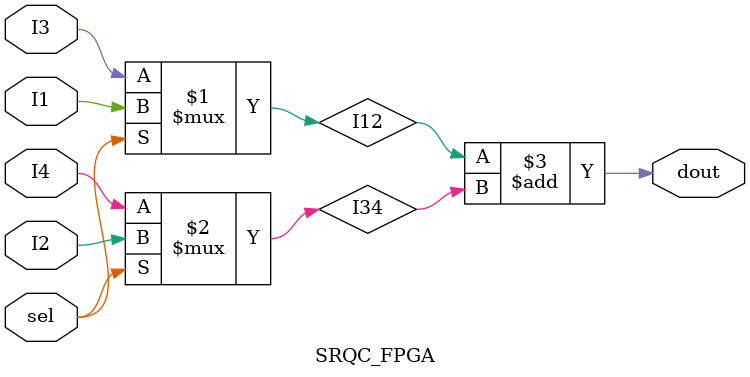
<source format=v>
module SRQC_FPGA(I1,I2,I3,I4,sel,dout);
	input I1,I2,I3,I4;
	input sel;
	output dout;
	wire I12,I34;
	
	assign I12=sel?I1:I3;
	assign I34=sel?I2:I4;
	assign dout = I12+I34;
	
endmodule

</source>
